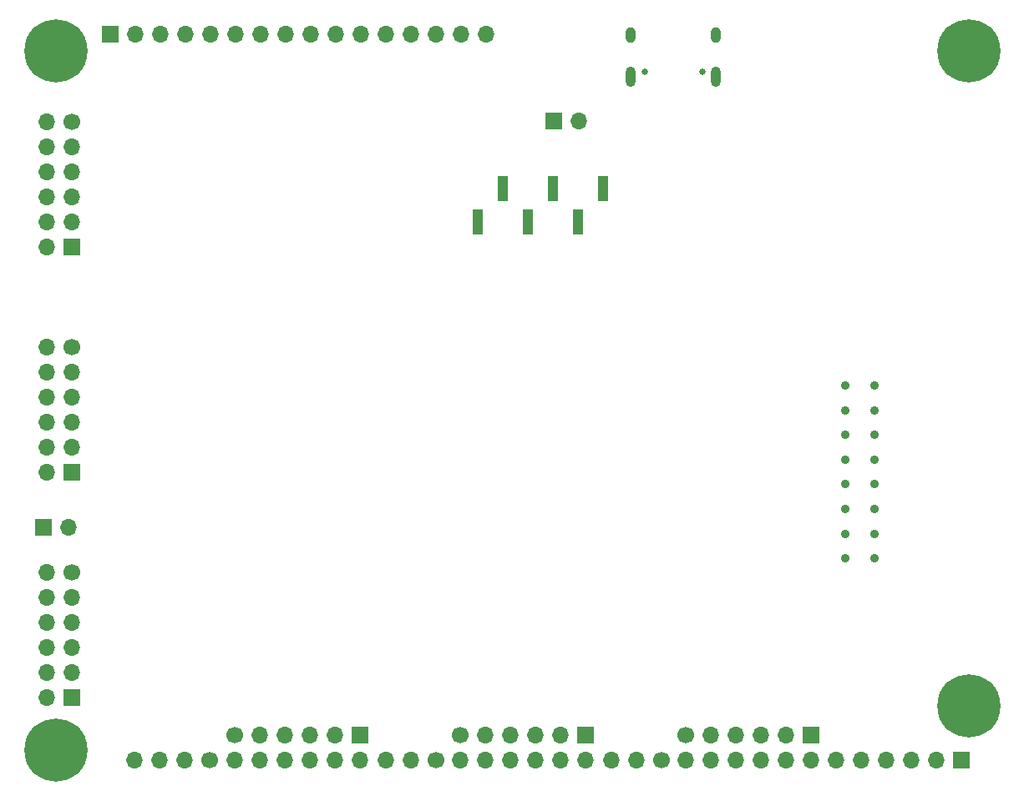
<source format=gbr>
%TF.GenerationSoftware,KiCad,Pcbnew,8.0.8-8.0.8-0~ubuntu22.04.1*%
%TF.CreationDate,2025-02-25T18:23:06-05:00*%
%TF.ProjectId,tinytapeout-demo,74696e79-7461-4706-956f-75742d64656d,2.1.2*%
%TF.SameCoordinates,PX38be5e0PY7d687e0*%
%TF.FileFunction,Soldermask,Bot*%
%TF.FilePolarity,Negative*%
%FSLAX46Y46*%
G04 Gerber Fmt 4.6, Leading zero omitted, Abs format (unit mm)*
G04 Created by KiCad (PCBNEW 8.0.8-8.0.8-0~ubuntu22.04.1) date 2025-02-25 18:23:06*
%MOMM*%
%LPD*%
G01*
G04 APERTURE LIST*
%ADD10C,0.900000*%
%ADD11C,6.400000*%
%ADD12R,1.700000X1.700000*%
%ADD13O,1.700000X1.700000*%
%ADD14C,1.700000*%
%ADD15C,0.650000*%
%ADD16O,1.000000X2.100000*%
%ADD17O,1.000000X1.600000*%
%ADD18R,1.000000X2.510000*%
G04 APERTURE END LIST*
D10*
%TO.C,JP7*%
X143000000Y-93500000D03*
X146000000Y-93500000D03*
%TD*%
%TO.C,JP1*%
X143000000Y-108500000D03*
X146000000Y-108500000D03*
%TD*%
D11*
%TO.C,MT3*%
X63000000Y-57000000D03*
%TD*%
D12*
%TO.C,J13*%
X64600000Y-99740000D03*
D13*
X64600000Y-97200000D03*
X64600000Y-94660000D03*
X64600000Y-92120000D03*
X64600000Y-89580000D03*
D14*
X64600000Y-87040000D03*
D13*
X62060000Y-99740000D03*
X62060000Y-97200000D03*
X62060000Y-94660000D03*
X62060000Y-92120000D03*
X62060000Y-89580000D03*
X62060000Y-87040000D03*
%TD*%
D14*
%TO.C,J2*%
X78620000Y-129000000D03*
D13*
X76080000Y-129000000D03*
X73540000Y-129000000D03*
X71000000Y-129000000D03*
%TD*%
D10*
%TO.C,JP3*%
X143000000Y-103500000D03*
X146000000Y-103500000D03*
%TD*%
%TO.C,JP8*%
X143000000Y-91000000D03*
X146000000Y-91000000D03*
%TD*%
D14*
%TO.C,J8*%
X124355000Y-129000000D03*
D13*
X121815000Y-129000000D03*
X119275000Y-129000000D03*
%TD*%
D12*
%TO.C,J12*%
X64600000Y-122600000D03*
D13*
X64600000Y-120060000D03*
X64600000Y-117520000D03*
X64600000Y-114980000D03*
X64600000Y-112440000D03*
D14*
X64600000Y-109900000D03*
D13*
X62060000Y-122600000D03*
X62060000Y-120060000D03*
X62060000Y-117520000D03*
X62060000Y-114980000D03*
X62060000Y-112440000D03*
X62060000Y-109900000D03*
%TD*%
D15*
%TO.C,J20*%
X128490000Y-59100000D03*
X122710000Y-59100000D03*
D16*
X129920000Y-59630000D03*
D17*
X129920000Y-55450000D03*
D16*
X121280000Y-59630000D03*
D17*
X121280000Y-55450000D03*
%TD*%
D12*
%TO.C,J3*%
X93855000Y-126455000D03*
D13*
X91315000Y-126455000D03*
X88775000Y-126455000D03*
X86235000Y-126455000D03*
X83695000Y-126455000D03*
D14*
X81155000Y-126455000D03*
D13*
X93855000Y-128995000D03*
X91315000Y-128995000D03*
X88775000Y-128995000D03*
X86235000Y-128995000D03*
X83695000Y-128995000D03*
X81155000Y-128995000D03*
%TD*%
D11*
%TO.C,MT4*%
X155500000Y-57000000D03*
%TD*%
%TO.C,MT2*%
X155500000Y-123500000D03*
%TD*%
D12*
%TO.C,J5*%
X116715000Y-126455000D03*
D13*
X114175000Y-126455000D03*
X111635000Y-126455000D03*
X109095000Y-126455000D03*
X106555000Y-126455000D03*
D14*
X104015000Y-126455000D03*
D13*
X116715000Y-128995000D03*
X114175000Y-128995000D03*
X111635000Y-128995000D03*
X109095000Y-128995000D03*
X106555000Y-128995000D03*
X104015000Y-128995000D03*
%TD*%
D10*
%TO.C,JP2*%
X143000000Y-106000000D03*
X146000000Y-106000000D03*
%TD*%
D12*
%TO.C,J10*%
X61725000Y-105395000D03*
D13*
X64265000Y-105395000D03*
%TD*%
D14*
%TO.C,J17*%
X101510000Y-129000000D03*
D13*
X98970000Y-129000000D03*
X96430000Y-129000000D03*
%TD*%
D12*
%TO.C,J9*%
X68500000Y-55300000D03*
D13*
X71040000Y-55300000D03*
X73580000Y-55300000D03*
X76120000Y-55300000D03*
X78660000Y-55300000D03*
X81200000Y-55300000D03*
X83740000Y-55300000D03*
X86280000Y-55300000D03*
X88820000Y-55300000D03*
X91360000Y-55300000D03*
X93900000Y-55300000D03*
X96440000Y-55300000D03*
X98980000Y-55300000D03*
X101520000Y-55300000D03*
X104060000Y-55300000D03*
X106600000Y-55300000D03*
%TD*%
D10*
%TO.C,JP5*%
X143000000Y-98500000D03*
X146000000Y-98500000D03*
%TD*%
D12*
%TO.C,J14*%
X64600000Y-76880000D03*
D13*
X64600000Y-74340000D03*
X64600000Y-71800000D03*
X64600000Y-69260000D03*
X64600000Y-66720000D03*
D14*
X64600000Y-64180000D03*
D13*
X62060000Y-76880000D03*
X62060000Y-74340000D03*
X62060000Y-71800000D03*
X62060000Y-69260000D03*
X62060000Y-66720000D03*
X62060000Y-64180000D03*
%TD*%
D10*
%TO.C,JP6*%
X143000000Y-96000000D03*
X146000000Y-96000000D03*
%TD*%
D12*
%TO.C,J1*%
X154810000Y-129000000D03*
D13*
X152270000Y-129000000D03*
X149730000Y-129000000D03*
X147190000Y-129000000D03*
X144650000Y-129000000D03*
X142110000Y-129000000D03*
%TD*%
D12*
%TO.C,J19*%
X113450000Y-64100000D03*
D13*
X115990000Y-64100000D03*
%TD*%
D12*
%TO.C,J6*%
X139575000Y-126455000D03*
D13*
X137035000Y-126455000D03*
X134495000Y-126455000D03*
X131955000Y-126455000D03*
X129415000Y-126455000D03*
D14*
X126875000Y-126455000D03*
D13*
X139575000Y-128995000D03*
X137035000Y-128995000D03*
X134495000Y-128995000D03*
X131955000Y-128995000D03*
X129415000Y-128995000D03*
X126875000Y-128995000D03*
%TD*%
D10*
%TO.C,JP4*%
X143000000Y-101000000D03*
X146000000Y-101000000D03*
%TD*%
D11*
%TO.C,MT1*%
X63000000Y-128000000D03*
%TD*%
D18*
%TO.C,J11*%
X118450000Y-71025000D03*
X115910000Y-74335000D03*
X113370000Y-71025000D03*
X110830000Y-74335000D03*
X108290000Y-71025000D03*
X105750000Y-74335000D03*
%TD*%
M02*

</source>
